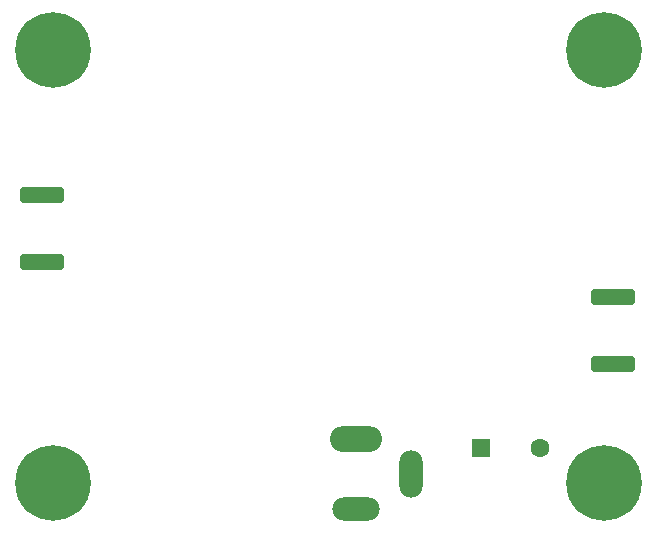
<source format=gbr>
%TF.GenerationSoftware,KiCad,Pcbnew,9.0.3*%
%TF.CreationDate,2025-07-25T20:49:55+05:30*%
%TF.ProjectId,HF-PA-v10,48462d50-412d-4763-9130-2e6b69636164,rev?*%
%TF.SameCoordinates,Original*%
%TF.FileFunction,Soldermask,Bot*%
%TF.FilePolarity,Negative*%
%FSLAX46Y46*%
G04 Gerber Fmt 4.6, Leading zero omitted, Abs format (unit mm)*
G04 Created by KiCad (PCBNEW 9.0.3) date 2025-07-25 20:49:55*
%MOMM*%
%LPD*%
G01*
G04 APERTURE LIST*
G04 Aperture macros list*
%AMRoundRect*
0 Rectangle with rounded corners*
0 $1 Rounding radius*
0 $2 $3 $4 $5 $6 $7 $8 $9 X,Y pos of 4 corners*
0 Add a 4 corners polygon primitive as box body*
4,1,4,$2,$3,$4,$5,$6,$7,$8,$9,$2,$3,0*
0 Add four circle primitives for the rounded corners*
1,1,$1+$1,$2,$3*
1,1,$1+$1,$4,$5*
1,1,$1+$1,$6,$7*
1,1,$1+$1,$8,$9*
0 Add four rect primitives between the rounded corners*
20,1,$1+$1,$2,$3,$4,$5,0*
20,1,$1+$1,$4,$5,$6,$7,0*
20,1,$1+$1,$6,$7,$8,$9,0*
20,1,$1+$1,$8,$9,$2,$3,0*%
G04 Aperture macros list end*
%ADD10C,0.800000*%
%ADD11C,6.400000*%
%ADD12RoundRect,0.250000X1.600000X-0.425000X1.600000X0.425000X-1.600000X0.425000X-1.600000X-0.425000X0*%
%ADD13O,4.400000X2.200000*%
%ADD14O,4.000000X2.000000*%
%ADD15O,2.000000X4.000000*%
%ADD16RoundRect,0.250000X-1.600000X0.425000X-1.600000X-0.425000X1.600000X-0.425000X1.600000X0.425000X0*%
%ADD17R,1.600000X1.600000*%
%ADD18C,1.600000*%
G04 APERTURE END LIST*
D10*
%TO.C,H3*%
X1310000Y-40260000D03*
X2012944Y-38562944D03*
X2012944Y-41957056D03*
X3710000Y-37860000D03*
D11*
X3710000Y-40260000D03*
D10*
X3710000Y-42660000D03*
X5407056Y-38562944D03*
X5407056Y-41957056D03*
X6110000Y-40260000D03*
%TD*%
D12*
%TO.C,RF_OUT1*%
X51087500Y-24475000D03*
X51087500Y-30125000D03*
%TD*%
D13*
%TO.C,Power1*%
X29320000Y-36465000D03*
D14*
X29320000Y-42465000D03*
D15*
X34020000Y-39465000D03*
%TD*%
D10*
%TO.C,H4*%
X47910000Y-40260000D03*
X48612944Y-38562944D03*
X48612944Y-41957056D03*
X50310000Y-37860000D03*
D11*
X50310000Y-40260000D03*
D10*
X50310000Y-42660000D03*
X52007056Y-38562944D03*
X52007056Y-41957056D03*
X52710000Y-40260000D03*
%TD*%
D16*
%TO.C,RF_IN1*%
X2750000Y-21525000D03*
X2750000Y-15875000D03*
%TD*%
D17*
%TO.C,C6*%
X39942349Y-37265000D03*
D18*
X44942349Y-37265000D03*
%TD*%
D10*
%TO.C,H1*%
X1310000Y-3560000D03*
X2012944Y-1862944D03*
X2012944Y-5257056D03*
X3710000Y-1160000D03*
D11*
X3710000Y-3560000D03*
D10*
X3710000Y-5960000D03*
X5407056Y-1862944D03*
X5407056Y-5257056D03*
X6110000Y-3560000D03*
%TD*%
%TO.C,H2*%
X47910000Y-3560000D03*
X48612944Y-1862944D03*
X48612944Y-5257056D03*
X50310000Y-1160000D03*
D11*
X50310000Y-3560000D03*
D10*
X50310000Y-5960000D03*
X52007056Y-1862944D03*
X52007056Y-5257056D03*
X52710000Y-3560000D03*
%TD*%
M02*

</source>
